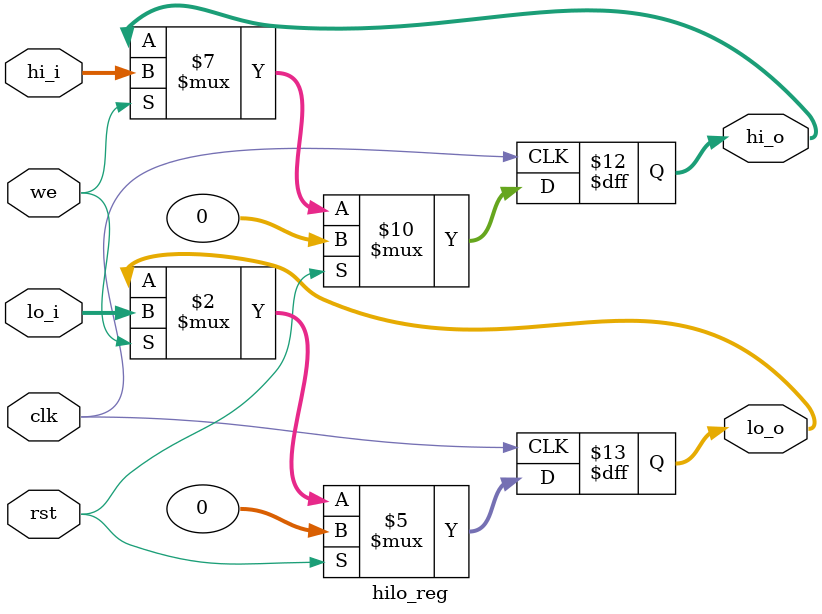
<source format=v>
`timescale 1ns / 1ps


module hilo_reg(
	input wire clk,rst,we,
	input wire[31:0] hi_i,lo_i,
	output reg[31:0] hi_o,lo_o
    );
	
	always @(negedge clk) begin
		if(rst) begin
			hi_o <= 32'h0000_0000;
			lo_o <= 32'h0000_0000;
		end else if (we) begin
			hi_o <= hi_i;
			lo_o <= lo_i;
		end
	end
endmodule

</source>
